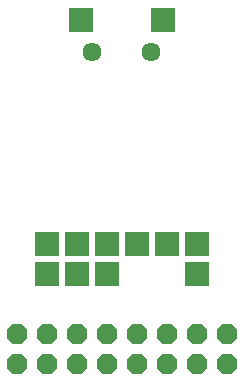
<source format=gbs>
G75*
%MOIN*%
%OFA0B0*%
%FSLAX24Y24*%
%IPPOS*%
%LPD*%
%AMOC8*
5,1,8,0,0,1.08239X$1,22.5*
%
%ADD10R,0.0789X0.0789*%
%ADD11C,0.0634*%
%ADD12OC8,0.0680*%
D10*
X004352Y004550D03*
X004352Y005550D03*
X005352Y005550D03*
X006352Y005550D03*
X006352Y004550D03*
X005352Y004550D03*
X007352Y005550D03*
X008352Y005550D03*
X009352Y005550D03*
X009352Y004550D03*
X008230Y012995D03*
X005474Y012995D03*
D11*
X005868Y011932D03*
X007836Y011932D03*
D12*
X003352Y001550D03*
X004352Y001550D03*
X004352Y002550D03*
X003352Y002550D03*
X005352Y002550D03*
X006352Y002550D03*
X006352Y001550D03*
X005352Y001550D03*
X007352Y001550D03*
X008352Y001550D03*
X008352Y002550D03*
X007352Y002550D03*
X009352Y002550D03*
X010352Y002550D03*
X010352Y001550D03*
X009352Y001550D03*
M02*

</source>
